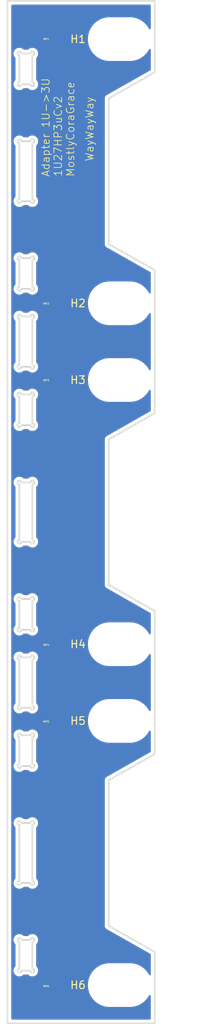
<source format=kicad_pcb>
(kicad_pcb (version 20241229) (generator "pcbnew") (generator_version "9.0")
  (layers (0 "F.Cu" signal) (2 "B.Cu" signal) (13 "F.Paste" user) (15 "B.Paste" user) (5 "F.SilkS" user "F.Silkscreen") (7 "B.SilkS" user "B.Silkscreen") (1 "F.Mask" user) (3 "B.Mask" user) (25 "Edge.Cuts" user))
  (net 0 "")
  (footprint "EXC:MountingHole_5.2mm_M5" (layer "F.Cu") (at 13.1 128.35)
    (property "Reference" "H6" (at -4.35 0 0) (layer "F.SilkS") (effects (justify right)))
    (property "Value" "Eurorack_M5_MountingHole")
    (pad "" np_thru_hole oval (at 0 0) (size 7.8 5.2) (drill oval 7.8 5.2) (layers "*.Cu" "*.Mask"))
  )
  (footprint "EXC:MountingHole_5.2mm_M5" (layer "F.Cu") (at 13.1 49.45)
    (property "Reference" "H3" (at -4.35 0 0) (layer "F.SilkS") (effects (justify right)))
    (property "Value" "Eurorack_M5_MountingHole")
    (pad "" np_thru_hole oval (at 0 0) (size 7.8 5.2) (drill oval 7.8 5.2) (layers "*.Cu" "*.Mask"))
  )
  (footprint "EXC:SolderWirePad_1x01_SMD_1x2mm" (layer "F.Cu") (at 2.3 93.9)
    (property "Reference" "MP5" (at 1.2 0.1 180) (layer "F.SilkS") (effects (font (size 0.25 0.25) (thickness 0.05) (bold yes))))
    (property "Value" "Mechanical_Pad_Solder_Linkage")
    (pad "1" smd roundrect (at 0 0) (size 1 2) (layers "F.Cu" "F.Mask" "F.Paste"))
  )
  (footprint "EXC:MountingHole_5.2mm_M5" (layer "F.Cu") (at 13.1 93.9)
    (property "Reference" "H5" (at -4.35 0 0) (layer "F.SilkS") (effects (justify right)))
    (property "Value" "Eurorack_M5_MountingHole")
    (pad "" np_thru_hole oval (at 0 0) (size 7.8 5.2) (drill oval 7.8 5.2) (layers "*.Cu" "*.Mask"))
  )
  (footprint "EXC:SolderWirePad_1x01_SMD_1x2mm" (layer "F.Cu") (at 2.3 83.9)
    (property "Reference" "MP4" (at 1.2 0.1 180) (layer "F.SilkS") (effects (font (size 0.25 0.25) (thickness 0.05) (bold yes))))
    (property "Value" "Mechanical_Pad_Solder_Linkage")
    (pad "1" smd roundrect (at 0 0) (size 1 2) (layers "F.Cu" "F.Mask" "F.Paste"))
  )
  (footprint "EXC:MountingHole_5.2mm_M5" (layer "F.Cu") (at 13.1 39.45)
    (property "Reference" "H2" (at -4.35 0 0) (layer "F.SilkS") (effects (justify right)))
    (property "Value" "Eurorack_M5_MountingHole")
    (pad "" np_thru_hole oval (at 0 0) (size 7.8 5.2) (drill oval 7.8 5.2) (layers "*.Cu" "*.Mask"))
  )
  (footprint "EXC:SolderWirePad_1x01_SMD_1x2mm" (layer "F.Cu") (at 2.3 5)
    (property "Reference" "MP1" (at 1.2 0 180) (layer "F.SilkS") (effects (font (size 0.25 0.25) (thickness 0.05) (bold yes))))
    (property "Value" "Mechanical_Pad_Solder_Linkage")
    (pad "1" smd roundrect (at 0 0) (size 1 2) (layers "F.Cu" "F.Mask" "F.Paste"))
  )
  (footprint "EXC:SolderWirePad_1x01_SMD_1x2mm" (layer "F.Cu") (at 2.3 49.45)
    (property "Reference" "MP3" (at 1.2 0.05 180) (layer "F.SilkS") (effects (font (size 0.25 0.25) (thickness 0.05) (bold yes))))
    (property "Value" "Mechanical_Pad_Solder_Linkage")
    (pad "1" smd roundrect (at 0 0) (size 1 2) (layers "F.Cu" "F.Mask" "F.Paste"))
  )
  (footprint "EXC:SolderWirePad_1x01_SMD_1x2mm" (layer "F.Cu") (at 2.3 39.45)
    (property "Reference" "MP2" (at 1.2 0.05 180) (layer "F.SilkS") (effects (font (size 0.25 0.25) (thickness 0.05) (bold yes))))
    (property "Value" "Mechanical_Pad_Solder_Linkage")
    (pad "1" smd roundrect (at 0 0) (size 1 2) (layers "F.Cu" "F.Mask" "F.Paste"))
  )
  (footprint "EXC:MountingHole_5.2mm_M5" (layer "F.Cu") (at 13.1 83.9)
    (property "Reference" "H4" (at -4.35 0 0) (layer "F.SilkS") (effects (justify right)))
    (property "Value" "Eurorack_M5_MountingHole")
    (pad "" np_thru_hole oval (at 0 0) (size 7.8 5.2) (drill oval 7.8 5.2) (layers "*.Cu" "*.Mask"))
  )
  (footprint "EXC:MountingHole_5.2mm_M5" (layer "F.Cu") (at 13.1 5)
    (property "Reference" "H1" (at -4.35 0 0) (layer "F.SilkS") (effects (justify right)))
    (property "Value" "Eurorack_M5_MountingHole")
    (pad "" np_thru_hole oval (at 0 0) (size 7.8 5.2) (drill oval 7.8 5.2) (layers "*.Cu" "*.Mask"))
  )
  (footprint "EXC:SolderWirePad_1x01_SMD_1x2mm" (layer "F.Cu") (at 2.3 128.35)
    (property "Reference" "MP6" (at 1.2 0.15 180) (layer "F.SilkS") (effects (font (size 0.25 0.25) (thickness 0.05) (bold yes))))
    (property "Value" "Mechanical_Pad_Solder_Linkage")
    (pad "1" smd roundrect (at 0 0) (size 1 2) (layers "F.Cu" "F.Mask" "F.Paste"))
  )
  (gr_arc (start 1.7 114.785) (mid 1.876777 115.211777) (end 1.45 115.035) (stroke (width 0.2)) (layer "Edge.Cuts"))
  (gr_arc (start 1.7 70.285) (mid 1.876777 70.711777) (end 1.45 70.535) (stroke (width 0.2)) (layer "Edge.Cuts"))
  (gr_line (start 17.65 35.1131) (end 17.65 53.7869) (stroke (width 0.2)) (layer "Edge.Cuts"))
  (gr_line (start 0.25 18.315) (end 1.45 18.315) (stroke (width 0.2)) (layer "Edge.Cuts"))
  (gr_arc (start 0.25 99.795) (mid -0.176777 99.971777) (end 0 99.545) (stroke (width 0.2)) (layer "Edge.Cuts"))
  (gr_line (start 0.25 82.015) (end 1.45 82.015) (stroke (width 0.2)) (layer "Edge.Cuts"))
  (gr_arc (start 1.7 126.215) (mid 1.876777 126.641777) (end 1.45 126.465) (stroke (width 0.2)) (layer "Edge.Cuts"))
  (gr_line (start 17.65 124.013) (end 17.65 133.35) (stroke (width 0.2)) (layer "Edge.Cuts"))
  (gr_line (start 0.25 78.005) (end 1.45 78.005) (stroke (width 0.2)) (layer "Edge.Cuts"))
  (gr_line (start 0 107.465) (end 0 114.785) (stroke (width 0.2)) (layer "Edge.Cuts"))
  (gr_line (start 0.25 41.175) (end 1.45 41.175) (stroke (width 0.2)) (layer "Edge.Cuts"))
  (gr_line (start 11.65 57.2019) (end 11.65 76.1481) (stroke (width 0.2)) (layer "Edge.Cuts"))
  (gr_arc (start 1.45 122.455) (mid 1.876777 122.278223) (end 1.7 122.705) (stroke (width 0.2)) (layer "Edge.Cuts"))
  (gr_line (start 17.65 98.2369) (end 11.65 101.633) (stroke (width 0.2)) (layer "Edge.Cuts"))
  (gr_line (start 1.7 122.705) (end 1.7 126.215) (stroke (width 0.2)) (layer "Edge.Cuts"))
  (gr_arc (start 0.25 26.135) (mid -0.176777 26.311777) (end 0 25.885) (stroke (width 0.2)) (layer "Edge.Cuts"))
  (gr_arc (start 1.7 55.095) (mid 1.876777 55.521777) (end 1.45 55.345) (stroke (width 0.2)) (layer "Edge.Cuts"))
  (gr_arc (start 1.45 41.175) (mid 1.876777 40.998223) (end 1.7 41.425) (stroke (width 0.2)) (layer "Edge.Cuts"))
  (gr_arc (start 1.45 78.005) (mid 1.876777 77.828223) (end 1.7 78.255) (stroke (width 0.2)) (layer "Edge.Cuts"))
  (gr_line (start 11.65 31.7169) (end 17.65 35.1131) (stroke (width 0.2)) (layer "Edge.Cuts"))
  (gr_line (start 1.7 41.425) (end 1.7 47.475) (stroke (width 0.2)) (layer "Edge.Cuts"))
  (gr_line (start 11.65 76.1481) (end 17.65 79.5631) (stroke (width 0.2)) (layer "Edge.Cuts"))
  (gr_line (start 1.7 7.135) (end 1.7 10.645) (stroke (width 0.2)) (layer "Edge.Cuts"))
  (gr_line (start 1.7 63.0651) (end 1.7 70.285) (stroke (width 0.2)) (layer "Edge.Cuts"))
  (gr_arc (start 0.25 10.895) (mid -0.176777 11.071777) (end 0 10.645) (stroke (width 0.2)) (layer "Edge.Cuts"))
  (gr_arc (start 1.7 91.925) (mid 1.876777 92.351777) (end 1.45 92.175) (stroke (width 0.2)) (layer "Edge.Cuts"))
  (gr_arc (start 1.7 37.315) (mid 1.876777 37.741777) (end 1.45 37.565) (stroke (width 0.2)) (layer "Edge.Cuts"))
  (gr_arc (start 0.25 37.565) (mid -0.176777 37.741777) (end 0 37.315) (stroke (width 0.2)) (layer "Edge.Cuts"))
  (gr_line (start -1.55 0) (end -1.55 133.35) (stroke (width 0.2)) (layer "Edge.Cuts"))
  (gr_line (start 11.65 12.733) (end 11.65 31.7169) (stroke (width 0.2)) (layer "Edge.Cuts"))
  (gr_line (start 0.25 99.795) (end 1.45 99.795) (stroke (width 0.2)) (layer "Edge.Cuts"))
  (gr_arc (start 0 96.035) (mid -0.176777 95.608223) (end 0.25 95.785) (stroke (width 0.2)) (layer "Edge.Cuts"))
  (gr_line (start 0.25 85.625) (end 1.45 85.625) (stroke (width 0.2)) (layer "Edge.Cuts"))
  (gr_line (start 17.65 0) (end 17.65 9.33688) (stroke (width 0.2)) (layer "Edge.Cuts"))
  (gr_arc (start 1.45 95.785) (mid 1.876777 95.608223) (end 1.7 96.035) (stroke (width 0.2)) (layer "Edge.Cuts"))
  (gr_arc (start 1.7 81.765) (mid 1.876777 82.191777) (end 1.45 82.015) (stroke (width 0.2)) (layer "Edge.Cuts"))
  (gr_line (start 1.7 85.875) (end 1.7 91.925) (stroke (width 0.2)) (layer "Edge.Cuts"))
  (gr_line (start 0 122.705) (end 0 126.215) (stroke (width 0.2)) (layer "Edge.Cuts"))
  (gr_line (start 0.25 126.465) (end 1.45 126.465) (stroke (width 0.2)) (layer "Edge.Cuts"))
  (gr_line (start 0.25 10.895) (end 1.45 10.895) (stroke (width 0.2)) (layer "Edge.Cuts"))
  (gr_line (start 0.25 33.555) (end 1.45 33.555) (stroke (width 0.2)) (layer "Edge.Cuts"))
  (gr_arc (start 0 7.135) (mid -0.176777 6.708223) (end 0.25 6.885) (stroke (width 0.2)) (layer "Edge.Cuts"))
  (gr_line (start 0 96.035) (end 0 99.545) (stroke (width 0.2)) (layer "Edge.Cuts"))
  (gr_arc (start 1.7 47.475) (mid 1.876777 47.901777) (end 1.45 47.725) (stroke (width 0.2)) (layer "Edge.Cuts"))
  (gr_arc (start 0.25 126.465) (mid -0.176777 126.641777) (end 0 126.215) (stroke (width 0.2)) (layer "Edge.Cuts"))
  (gr_line (start 0.25 51.335) (end 1.45 51.335) (stroke (width 0.2)) (layer "Edge.Cuts"))
  (gr_arc (start 1.7 10.645) (mid 1.876777 11.071777) (end 1.45 10.895) (stroke (width 0.2)) (layer "Edge.Cuts"))
  (gr_line (start 17.65 53.7869) (end 11.65 57.2019) (stroke (width 0.2)) (layer "Edge.Cuts"))
  (gr_line (start 0.25 26.135) (end 1.45 26.135) (stroke (width 0.2)) (layer "Edge.Cuts"))
  (gr_line (start 0.25 115.035) (end 1.45 115.035) (stroke (width 0.2)) (layer "Edge.Cuts"))
  (gr_line (start 0 7.135) (end 0 10.645) (stroke (width 0.2)) (layer "Edge.Cuts"))
  (gr_arc (start 0 41.425) (mid -0.176777 40.998223) (end 0.25 41.175) (stroke (width 0.2)) (layer "Edge.Cuts"))
  (gr_line (start 0.25 122.455) (end 1.45 122.455) (stroke (width 0.2)) (layer "Edge.Cuts"))
  (gr_line (start 0.25 47.725) (end 1.45 47.725) (stroke (width 0.2)) (layer "Edge.Cuts"))
  (gr_line (start -1.55 0) (end 17.65 0) (stroke (width 0.2)) (layer "Edge.Cuts"))
  (gr_line (start 17.65 9.33688) (end 11.65 12.733) (stroke (width 0.2)) (layer "Edge.Cuts"))
  (gr_line (start 17.65 79.5631) (end 17.65 98.2369) (stroke (width 0.2)) (layer "Edge.Cuts"))
  (gr_arc (start 0 51.585) (mid -0.176777 51.158223) (end 0.25 51.335) (stroke (width 0.2)) (layer "Edge.Cuts"))
  (gr_line (start 0.25 95.785) (end 1.45 95.785) (stroke (width 0.2)) (layer "Edge.Cuts"))
  (gr_line (start 1.7 33.805) (end 1.7 37.315) (stroke (width 0.2)) (layer "Edge.Cuts"))
  (gr_arc (start 0 122.705) (mid -0.176777 122.278223) (end 0.25 122.455) (stroke (width 0.2)) (layer "Edge.Cuts"))
  (gr_line (start 0.25 70.535) (end 1.45 70.535) (stroke (width 0.2)) (layer "Edge.Cuts"))
  (gr_line (start 0.25 62.8151) (end 1.45 62.8151) (stroke (width 0.2)) (layer "Edge.Cuts"))
  (gr_line (start 0 41.425) (end 0 47.475) (stroke (width 0.2)) (layer "Edge.Cuts"))
  (gr_line (start 11.65 101.633) (end 11.65 120.617) (stroke (width 0.2)) (layer "Edge.Cuts"))
  (gr_arc (start 1.45 33.555) (mid 1.876777 33.378223) (end 1.7 33.805) (stroke (width 0.2)) (layer "Edge.Cuts"))
  (gr_line (start 1.7 78.255) (end 1.7 81.765) (stroke (width 0.2)) (layer "Edge.Cuts"))
  (gr_arc (start 1.45 107.215) (mid 1.876777 107.038223) (end 1.7 107.465) (stroke (width 0.2)) (layer "Edge.Cuts"))
  (gr_arc (start 0 33.805) (mid -0.176777 33.378223) (end 0.25 33.555) (stroke (width 0.2)) (layer "Edge.Cuts"))
  (gr_line (start 11.65 120.617) (end 17.65 124.013) (stroke (width 0.2)) (layer "Edge.Cuts"))
  (gr_arc (start 1.45 6.885) (mid 1.876777 6.708223) (end 1.7 7.135) (stroke (width 0.2)) (layer "Edge.Cuts"))
  (gr_arc (start 1.45 85.625) (mid 1.876777 85.448223) (end 1.7 85.875) (stroke (width 0.2)) (layer "Edge.Cuts"))
  (gr_line (start 0.25 107.215) (end 1.45 107.215) (stroke (width 0.2)) (layer "Edge.Cuts"))
  (gr_line (start 1.7 51.585) (end 1.7 55.095) (stroke (width 0.2)) (layer "Edge.Cuts"))
  (gr_arc (start 1.7 99.545) (mid 1.876777 99.971777) (end 1.45 99.795) (stroke (width 0.2)) (layer "Edge.Cuts"))
  (gr_arc (start 1.7 25.885) (mid 1.876777 26.311777) (end 1.45 26.135) (stroke (width 0.2)) (layer "Edge.Cuts"))
  (gr_arc (start 0 85.875) (mid -0.176777 85.448223) (end 0.25 85.625) (stroke (width 0.2)) (layer "Edge.Cuts"))
  (gr_line (start 0 78.255) (end 0 81.765) (stroke (width 0.2)) (layer "Edge.Cuts"))
  (gr_line (start 0 33.805) (end 0 37.315) (stroke (width 0.2)) (layer "Edge.Cuts"))
  (gr_arc (start 0 18.565) (mid -0.176777 18.138223) (end 0.25 18.315) (stroke (width 0.2)) (layer "Edge.Cuts"))
  (gr_arc (start 1.45 51.335) (mid 1.876777 51.158223) (end 1.7 51.585) (stroke (width 0.2)) (layer "Edge.Cuts"))
  (gr_line (start 1.7 18.565) (end 1.7 25.885) (stroke (width 0.2)) (layer "Edge.Cuts"))
  (gr_arc (start 0 63.0651) (mid -0.176777 62.638323) (end 0.25 62.8151) (stroke (width 0.2)) (layer "Edge.Cuts"))
  (gr_arc (start 0.25 82.015) (mid -0.176777 82.191777) (end 0 81.765) (stroke (width 0.2)) (layer "Edge.Cuts"))
  (gr_arc (start 1.45 62.8151) (mid 1.876777 62.638323) (end 1.7 63.0651) (stroke (width 0.2)) (layer "Edge.Cuts"))
  (gr_arc (start 0.25 47.725) (mid -0.176777 47.901777) (end 0 47.475) (stroke (width 0.2)) (layer "Edge.Cuts"))
  (gr_line (start 0 63.0651) (end 0 70.285) (stroke (width 0.2)) (layer "Edge.Cuts"))
  (gr_line (start 0.25 55.345) (end 1.45 55.345) (stroke (width 0.2)) (layer "Edge.Cuts"))
  (gr_line (start 1.7 107.465) (end 1.7 114.785) (stroke (width 0.2)) (layer "Edge.Cuts"))
  (gr_line (start 0 51.585) (end 0 55.095) (stroke (width 0.2)) (layer "Edge.Cuts"))
  (gr_line (start 0 85.875) (end 0 91.925) (stroke (width 0.2)) (layer "Edge.Cuts"))
  (gr_line (start 17.65 133.35) (end -1.55 133.35) (stroke (width 0.2)) (layer "Edge.Cuts"))
  (gr_line (start 0 18.565) (end 0 25.885) (stroke (width 0.2)) (layer "Edge.Cuts"))
  (gr_arc (start 0.25 55.345) (mid -0.176777 55.521777) (end 0 55.095) (stroke (width 0.2)) (layer "Edge.Cuts"))
  (gr_line (start 1.7 96.035) (end 1.7 99.545) (stroke (width 0.2)) (layer "Edge.Cuts"))
  (gr_arc (start 0.25 115.035) (mid -0.176777 115.211777) (end 0 114.785) (stroke (width 0.2)) (layer "Edge.Cuts"))
  (gr_arc (start 0 78.255) (mid -0.176777 77.828223) (end 0.25 78.005) (stroke (width 0.2)) (layer "Edge.Cuts"))
  (gr_arc (start 0.25 92.175) (mid -0.176777 92.351777) (end 0 91.925) (stroke (width 0.2)) (layer "Edge.Cuts"))
  (gr_arc (start 0.25 70.535) (mid -0.176777 70.711777) (end 0 70.285) (stroke (width 0.2)) (layer "Edge.Cuts"))
  (gr_line (start 0.25 37.565) (end 1.45 37.565) (stroke (width 0.2)) (layer "Edge.Cuts"))
  (gr_arc (start 0 107.465) (mid -0.176777 107.038223) (end 0.25 107.215) (stroke (width 0.2)) (layer "Edge.Cuts"))
  (gr_arc (start 1.45 18.315) (mid 1.876777 18.138223) (end 1.7 18.565) (stroke (width 0.2)) (layer "Edge.Cuts"))
  (gr_line (start 0.25 92.175) (end 1.45 92.175) (stroke (width 0.2)) (layer "Edge.Cuts"))
  (gr_line (start 0.25 6.885) (end 1.45 6.885) (stroke (width 0.2)) (layer "Edge.Cuts"))
  (gr_text "Adapter 1U->3U\n1U27HP3uCv2\nMostlyCoraGrace" (at 7.25 23 90) (layer "F.SilkS") (effects (font (size 1 1) (thickness 0.1)) (justify left bottom)))
  (gr_text "WayWayWay" (at 9.75 21 90) (layer "F.SilkS") (effects (font (size 1 1) (thickness 0.1)) (justify left bottom)))
  (zone (net 0) (net_name "") (layers "F.Cu" "B.Cu") (connect_pads (clearance 0.5)) (min_thickness 0.25) (fill yes (thermal_gap 0.5) (thermal_bridge_width 0.5) (island_removal_mode 1) (island_area_min 10))
    (polygon (pts (xy -1.5 0) (xy 17.75 0) (xy 17.75 9.25) (xy 11.5 12.75) (xy 11.5 31.75) (xy 17.5 35.25) (xy 17.5 53.75) (xy 11.5 57.25) (xy 11.5 76.25) (xy 17.75 79.75) (xy 17.75 98.25) (xy 11.5 101.75) (xy 11.5 120.75) (xy 17.75 124.25) (xy 17.75 133.25) (xy -1.5 133.25)))
  )
)
</source>
